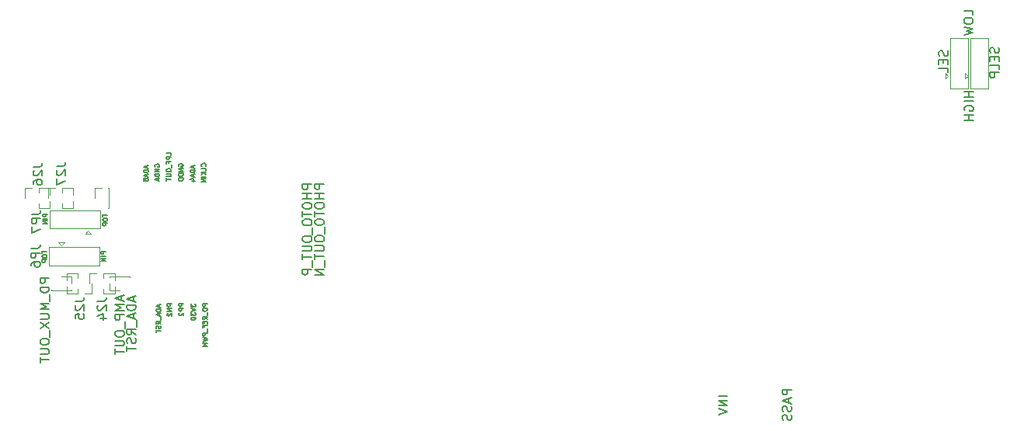
<source format=gbo>
G04 #@! TF.GenerationSoftware,KiCad,Pcbnew,(6.0.1-0)*
G04 #@! TF.CreationDate,2022-03-11T15:24:18+09:00*
G04 #@! TF.ProjectId,qLAMP-main,714c414d-502d-46d6-9169-6e2e6b696361,rev?*
G04 #@! TF.SameCoordinates,Original*
G04 #@! TF.FileFunction,Legend,Bot*
G04 #@! TF.FilePolarity,Positive*
%FSLAX46Y46*%
G04 Gerber Fmt 4.6, Leading zero omitted, Abs format (unit mm)*
G04 Created by KiCad (PCBNEW (6.0.1-0)) date 2022-03-11 15:24:18*
%MOMM*%
%LPD*%
G01*
G04 APERTURE LIST*
%ADD10C,0.127000*%
%ADD11C,0.150000*%
%ADD12C,0.149860*%
%ADD13C,0.120000*%
G04 APERTURE END LIST*
D10*
X102459809Y-108641047D02*
X101951809Y-108641047D01*
X101951809Y-108834571D01*
X101976000Y-108882952D01*
X102000190Y-108907142D01*
X102048571Y-108931333D01*
X102121142Y-108931333D01*
X102169523Y-108907142D01*
X102193714Y-108882952D01*
X102217904Y-108834571D01*
X102217904Y-108641047D01*
X102459809Y-109149047D02*
X101951809Y-109149047D01*
X101951809Y-109342571D01*
X101976000Y-109390952D01*
X102000190Y-109415142D01*
X102048571Y-109439333D01*
X102121142Y-109439333D01*
X102169523Y-109415142D01*
X102193714Y-109390952D01*
X102217904Y-109342571D01*
X102217904Y-109149047D01*
X102000190Y-109632857D02*
X101976000Y-109657047D01*
X101951809Y-109705428D01*
X101951809Y-109826380D01*
X101976000Y-109874761D01*
X102000190Y-109898952D01*
X102048571Y-109923142D01*
X102096952Y-109923142D01*
X102169523Y-109898952D01*
X102459809Y-109608666D01*
X102459809Y-109923142D01*
X103231809Y-108667047D02*
X103231809Y-108981523D01*
X103425333Y-108812190D01*
X103425333Y-108884761D01*
X103449523Y-108933142D01*
X103473714Y-108957333D01*
X103522095Y-108981523D01*
X103643047Y-108981523D01*
X103691428Y-108957333D01*
X103715619Y-108933142D01*
X103739809Y-108884761D01*
X103739809Y-108739619D01*
X103715619Y-108691238D01*
X103691428Y-108667047D01*
X103231809Y-109126666D02*
X103739809Y-109296000D01*
X103231809Y-109465333D01*
X103231809Y-109586285D02*
X103231809Y-109900761D01*
X103425333Y-109731428D01*
X103425333Y-109804000D01*
X103449523Y-109852380D01*
X103473714Y-109876571D01*
X103522095Y-109900761D01*
X103643047Y-109900761D01*
X103691428Y-109876571D01*
X103715619Y-109852380D01*
X103739809Y-109804000D01*
X103739809Y-109658857D01*
X103715619Y-109610476D01*
X103691428Y-109586285D01*
X103739809Y-110118476D02*
X103231809Y-110118476D01*
X103231809Y-110239428D01*
X103256000Y-110312000D01*
X103304380Y-110360380D01*
X103352761Y-110384571D01*
X103449523Y-110408761D01*
X103522095Y-110408761D01*
X103618857Y-110384571D01*
X103667238Y-110360380D01*
X103715619Y-110312000D01*
X103739809Y-110239428D01*
X103739809Y-110118476D01*
X87041809Y-102844761D02*
X87041809Y-103135047D01*
X87549809Y-102989904D02*
X87041809Y-102989904D01*
X87041809Y-103401142D02*
X87041809Y-103497904D01*
X87066000Y-103546285D01*
X87114380Y-103594666D01*
X87211142Y-103618857D01*
X87380476Y-103618857D01*
X87477238Y-103594666D01*
X87525619Y-103546285D01*
X87549809Y-103497904D01*
X87549809Y-103401142D01*
X87525619Y-103352761D01*
X87477238Y-103304380D01*
X87380476Y-103280190D01*
X87211142Y-103280190D01*
X87114380Y-103304380D01*
X87066000Y-103352761D01*
X87041809Y-103401142D01*
X87549809Y-103836571D02*
X87041809Y-103836571D01*
X87041809Y-104030095D01*
X87066000Y-104078476D01*
X87090190Y-104102666D01*
X87138571Y-104126857D01*
X87211142Y-104126857D01*
X87259523Y-104102666D01*
X87283714Y-104078476D01*
X87307904Y-104030095D01*
X87307904Y-103836571D01*
X99794666Y-108774380D02*
X99794666Y-109016285D01*
X99939809Y-108726000D02*
X99431809Y-108895333D01*
X99939809Y-109064666D01*
X99939809Y-109234000D02*
X99431809Y-109234000D01*
X99431809Y-109354952D01*
X99456000Y-109427523D01*
X99504380Y-109475904D01*
X99552761Y-109500095D01*
X99649523Y-109524285D01*
X99722095Y-109524285D01*
X99818857Y-109500095D01*
X99867238Y-109475904D01*
X99915619Y-109427523D01*
X99939809Y-109354952D01*
X99939809Y-109234000D01*
X99794666Y-109717809D02*
X99794666Y-109959714D01*
X99939809Y-109669428D02*
X99431809Y-109838761D01*
X99939809Y-110008095D01*
X99988190Y-110056476D02*
X99988190Y-110443523D01*
X99939809Y-110854761D02*
X99697904Y-110685428D01*
X99939809Y-110564476D02*
X99431809Y-110564476D01*
X99431809Y-110758000D01*
X99456000Y-110806380D01*
X99480190Y-110830571D01*
X99528571Y-110854761D01*
X99601142Y-110854761D01*
X99649523Y-110830571D01*
X99673714Y-110806380D01*
X99697904Y-110758000D01*
X99697904Y-110564476D01*
X99915619Y-111048285D02*
X99939809Y-111120857D01*
X99939809Y-111241809D01*
X99915619Y-111290190D01*
X99891428Y-111314380D01*
X99843047Y-111338571D01*
X99794666Y-111338571D01*
X99746285Y-111314380D01*
X99722095Y-111290190D01*
X99697904Y-111241809D01*
X99673714Y-111145047D01*
X99649523Y-111096666D01*
X99625333Y-111072476D01*
X99576952Y-111048285D01*
X99528571Y-111048285D01*
X99480190Y-111072476D01*
X99456000Y-111096666D01*
X99431809Y-111145047D01*
X99431809Y-111266000D01*
X99456000Y-111338571D01*
X99431809Y-111483714D02*
X99431809Y-111774000D01*
X99939809Y-111628857D02*
X99431809Y-111628857D01*
D11*
X95686666Y-107800952D02*
X95686666Y-108277142D01*
X95972380Y-107705714D02*
X94972380Y-108039047D01*
X95972380Y-108372380D01*
X95972380Y-108705714D02*
X94972380Y-108705714D01*
X95686666Y-109039047D01*
X94972380Y-109372380D01*
X95972380Y-109372380D01*
X95972380Y-109848571D02*
X94972380Y-109848571D01*
X94972380Y-110229523D01*
X95020000Y-110324761D01*
X95067619Y-110372380D01*
X95162857Y-110420000D01*
X95305714Y-110420000D01*
X95400952Y-110372380D01*
X95448571Y-110324761D01*
X95496190Y-110229523D01*
X95496190Y-109848571D01*
X96067619Y-110610476D02*
X96067619Y-111372380D01*
X94972380Y-111800952D02*
X94972380Y-111991428D01*
X95020000Y-112086666D01*
X95115238Y-112181904D01*
X95305714Y-112229523D01*
X95639047Y-112229523D01*
X95829523Y-112181904D01*
X95924761Y-112086666D01*
X95972380Y-111991428D01*
X95972380Y-111800952D01*
X95924761Y-111705714D01*
X95829523Y-111610476D01*
X95639047Y-111562857D01*
X95305714Y-111562857D01*
X95115238Y-111610476D01*
X95020000Y-111705714D01*
X94972380Y-111800952D01*
X94972380Y-112658095D02*
X95781904Y-112658095D01*
X95877142Y-112705714D01*
X95924761Y-112753333D01*
X95972380Y-112848571D01*
X95972380Y-113039047D01*
X95924761Y-113134285D01*
X95877142Y-113181904D01*
X95781904Y-113229523D01*
X94972380Y-113229523D01*
X94972380Y-113562857D02*
X94972380Y-114134285D01*
X95972380Y-113848571D02*
X94972380Y-113848571D01*
D10*
X93979809Y-102949904D02*
X93471809Y-102949904D01*
X93471809Y-103143428D01*
X93496000Y-103191809D01*
X93520190Y-103216000D01*
X93568571Y-103240190D01*
X93641142Y-103240190D01*
X93689523Y-103216000D01*
X93713714Y-103191809D01*
X93737904Y-103143428D01*
X93737904Y-102949904D01*
X93979809Y-103457904D02*
X93471809Y-103457904D01*
X93979809Y-103699809D02*
X93471809Y-103699809D01*
X93979809Y-103990095D01*
X93471809Y-103990095D01*
X104841428Y-93650571D02*
X104865619Y-93626380D01*
X104889809Y-93553809D01*
X104889809Y-93505428D01*
X104865619Y-93432857D01*
X104817238Y-93384476D01*
X104768857Y-93360285D01*
X104672095Y-93336095D01*
X104599523Y-93336095D01*
X104502761Y-93360285D01*
X104454380Y-93384476D01*
X104406000Y-93432857D01*
X104381809Y-93505428D01*
X104381809Y-93553809D01*
X104406000Y-93626380D01*
X104430190Y-93650571D01*
X104889809Y-94110190D02*
X104889809Y-93868285D01*
X104381809Y-93868285D01*
X104889809Y-94279523D02*
X104381809Y-94279523D01*
X104889809Y-94569809D02*
X104599523Y-94352095D01*
X104381809Y-94569809D02*
X104672095Y-94279523D01*
X104889809Y-94787523D02*
X104381809Y-94787523D01*
X104889809Y-95029428D02*
X104381809Y-95029428D01*
X104889809Y-95319714D01*
X104381809Y-95319714D01*
X105009809Y-108649809D02*
X104501809Y-108649809D01*
X104501809Y-108843333D01*
X104526000Y-108891714D01*
X104550190Y-108915904D01*
X104598571Y-108940095D01*
X104671142Y-108940095D01*
X104719523Y-108915904D01*
X104743714Y-108891714D01*
X104767904Y-108843333D01*
X104767904Y-108649809D01*
X105009809Y-109157809D02*
X104501809Y-109157809D01*
X104501809Y-109278761D01*
X104526000Y-109351333D01*
X104574380Y-109399714D01*
X104622761Y-109423904D01*
X104719523Y-109448095D01*
X104792095Y-109448095D01*
X104888857Y-109423904D01*
X104937238Y-109399714D01*
X104985619Y-109351333D01*
X105009809Y-109278761D01*
X105009809Y-109157809D01*
X105058190Y-109544857D02*
X105058190Y-109931904D01*
X105009809Y-110343142D02*
X104767904Y-110173809D01*
X105009809Y-110052857D02*
X104501809Y-110052857D01*
X104501809Y-110246380D01*
X104526000Y-110294761D01*
X104550190Y-110318952D01*
X104598571Y-110343142D01*
X104671142Y-110343142D01*
X104719523Y-110318952D01*
X104743714Y-110294761D01*
X104767904Y-110246380D01*
X104767904Y-110052857D01*
X104743714Y-110560857D02*
X104743714Y-110730190D01*
X105009809Y-110802761D02*
X105009809Y-110560857D01*
X104501809Y-110560857D01*
X104501809Y-110802761D01*
X104743714Y-111189809D02*
X104743714Y-111020476D01*
X105009809Y-111020476D02*
X104501809Y-111020476D01*
X104501809Y-111262380D01*
X105058190Y-111334952D02*
X105058190Y-111722000D01*
X105009809Y-111842952D02*
X104501809Y-111842952D01*
X104501809Y-112036476D01*
X104526000Y-112084857D01*
X104550190Y-112109047D01*
X104598571Y-112133238D01*
X104671142Y-112133238D01*
X104719523Y-112109047D01*
X104743714Y-112084857D01*
X104767904Y-112036476D01*
X104767904Y-111842952D01*
X104501809Y-112302571D02*
X105009809Y-112423523D01*
X104646952Y-112520285D01*
X105009809Y-112617047D01*
X104501809Y-112738000D01*
X105009809Y-112931523D02*
X104501809Y-112931523D01*
X104864666Y-113100857D01*
X104501809Y-113270190D01*
X105009809Y-113270190D01*
D11*
X185694761Y-81057142D02*
X185742380Y-81200000D01*
X185742380Y-81438095D01*
X185694761Y-81533333D01*
X185647142Y-81580952D01*
X185551904Y-81628571D01*
X185456666Y-81628571D01*
X185361428Y-81580952D01*
X185313809Y-81533333D01*
X185266190Y-81438095D01*
X185218571Y-81247619D01*
X185170952Y-81152380D01*
X185123333Y-81104761D01*
X185028095Y-81057142D01*
X184932857Y-81057142D01*
X184837619Y-81104761D01*
X184790000Y-81152380D01*
X184742380Y-81247619D01*
X184742380Y-81485714D01*
X184790000Y-81628571D01*
X185218571Y-82057142D02*
X185218571Y-82390476D01*
X185742380Y-82533333D02*
X185742380Y-82057142D01*
X184742380Y-82057142D01*
X184742380Y-82533333D01*
X185742380Y-83438095D02*
X185742380Y-82961904D01*
X184742380Y-82961904D01*
X188512380Y-85522380D02*
X187512380Y-85522380D01*
X187988571Y-85522380D02*
X187988571Y-86093809D01*
X188512380Y-86093809D02*
X187512380Y-86093809D01*
X188512380Y-86570000D02*
X187512380Y-86570000D01*
X187560000Y-87570000D02*
X187512380Y-87474761D01*
X187512380Y-87331904D01*
X187560000Y-87189047D01*
X187655238Y-87093809D01*
X187750476Y-87046190D01*
X187940952Y-86998571D01*
X188083809Y-86998571D01*
X188274285Y-87046190D01*
X188369523Y-87093809D01*
X188464761Y-87189047D01*
X188512380Y-87331904D01*
X188512380Y-87427142D01*
X188464761Y-87570000D01*
X188417142Y-87617619D01*
X188083809Y-87617619D01*
X188083809Y-87427142D01*
X188512380Y-88046190D02*
X187512380Y-88046190D01*
X187988571Y-88046190D02*
X187988571Y-88617619D01*
X188512380Y-88617619D02*
X187512380Y-88617619D01*
X117752374Y-95601428D02*
X116752374Y-95601428D01*
X116752374Y-95982380D01*
X116799994Y-96077619D01*
X116847613Y-96125238D01*
X116942851Y-96172857D01*
X117085708Y-96172857D01*
X117180946Y-96125238D01*
X117228565Y-96077619D01*
X117276184Y-95982380D01*
X117276184Y-95601428D01*
X117752374Y-96601428D02*
X116752374Y-96601428D01*
X117228565Y-96601428D02*
X117228565Y-97172857D01*
X117752374Y-97172857D02*
X116752374Y-97172857D01*
X116752374Y-97839523D02*
X116752374Y-98030000D01*
X116799994Y-98125238D01*
X116895232Y-98220476D01*
X117085708Y-98268095D01*
X117419041Y-98268095D01*
X117609517Y-98220476D01*
X117704755Y-98125238D01*
X117752374Y-98030000D01*
X117752374Y-97839523D01*
X117704755Y-97744285D01*
X117609517Y-97649047D01*
X117419041Y-97601428D01*
X117085708Y-97601428D01*
X116895232Y-97649047D01*
X116799994Y-97744285D01*
X116752374Y-97839523D01*
X116752374Y-98553809D02*
X116752374Y-99125238D01*
X117752374Y-98839523D02*
X116752374Y-98839523D01*
X116752374Y-99649047D02*
X116752374Y-99839523D01*
X116799994Y-99934761D01*
X116895232Y-100030000D01*
X117085708Y-100077619D01*
X117419041Y-100077619D01*
X117609517Y-100030000D01*
X117704755Y-99934761D01*
X117752374Y-99839523D01*
X117752374Y-99649047D01*
X117704755Y-99553809D01*
X117609517Y-99458571D01*
X117419041Y-99410952D01*
X117085708Y-99410952D01*
X116895232Y-99458571D01*
X116799994Y-99553809D01*
X116752374Y-99649047D01*
X117847613Y-100268095D02*
X117847613Y-101030000D01*
X116752374Y-101458571D02*
X116752374Y-101649047D01*
X116799994Y-101744285D01*
X116895232Y-101839523D01*
X117085708Y-101887142D01*
X117419041Y-101887142D01*
X117609517Y-101839523D01*
X117704755Y-101744285D01*
X117752374Y-101649047D01*
X117752374Y-101458571D01*
X117704755Y-101363333D01*
X117609517Y-101268095D01*
X117419041Y-101220476D01*
X117085708Y-101220476D01*
X116895232Y-101268095D01*
X116799994Y-101363333D01*
X116752374Y-101458571D01*
X116752374Y-102315714D02*
X117561898Y-102315714D01*
X117657136Y-102363333D01*
X117704755Y-102410952D01*
X117752374Y-102506190D01*
X117752374Y-102696666D01*
X117704755Y-102791904D01*
X117657136Y-102839523D01*
X117561898Y-102887142D01*
X116752374Y-102887142D01*
X116752374Y-103220476D02*
X116752374Y-103791904D01*
X117752374Y-103506190D02*
X116752374Y-103506190D01*
X117847613Y-103887142D02*
X117847613Y-104649047D01*
X117752374Y-104887142D02*
X116752374Y-104887142D01*
X117752374Y-105458571D01*
X116752374Y-105458571D01*
D10*
X87639809Y-98859904D02*
X87131809Y-98859904D01*
X87131809Y-99053428D01*
X87156000Y-99101809D01*
X87180190Y-99126000D01*
X87228571Y-99150190D01*
X87301142Y-99150190D01*
X87349523Y-99126000D01*
X87373714Y-99101809D01*
X87397904Y-99053428D01*
X87397904Y-98859904D01*
X87639809Y-99367904D02*
X87131809Y-99367904D01*
X87639809Y-99609809D02*
X87131809Y-99609809D01*
X87639809Y-99900095D01*
X87131809Y-99900095D01*
D11*
X191264761Y-80717142D02*
X191312380Y-80860000D01*
X191312380Y-81098095D01*
X191264761Y-81193333D01*
X191217142Y-81240952D01*
X191121904Y-81288571D01*
X191026666Y-81288571D01*
X190931428Y-81240952D01*
X190883809Y-81193333D01*
X190836190Y-81098095D01*
X190788571Y-80907619D01*
X190740952Y-80812380D01*
X190693333Y-80764761D01*
X190598095Y-80717142D01*
X190502857Y-80717142D01*
X190407619Y-80764761D01*
X190360000Y-80812380D01*
X190312380Y-80907619D01*
X190312380Y-81145714D01*
X190360000Y-81288571D01*
X190788571Y-81717142D02*
X190788571Y-82050476D01*
X191312380Y-82193333D02*
X191312380Y-81717142D01*
X190312380Y-81717142D01*
X190312380Y-82193333D01*
X191312380Y-83098095D02*
X191312380Y-82621904D01*
X190312380Y-82621904D01*
X191312380Y-83431428D02*
X190312380Y-83431428D01*
X190312380Y-83812380D01*
X190360000Y-83907619D01*
X190407619Y-83955238D01*
X190502857Y-84002857D01*
X190645714Y-84002857D01*
X190740952Y-83955238D01*
X190788571Y-83907619D01*
X190836190Y-83812380D01*
X190836190Y-83431428D01*
D10*
X101189809Y-108648952D02*
X100681809Y-108648952D01*
X100681809Y-108842476D01*
X100706000Y-108890857D01*
X100730190Y-108915047D01*
X100778571Y-108939238D01*
X100851142Y-108939238D01*
X100899523Y-108915047D01*
X100923714Y-108890857D01*
X100947904Y-108842476D01*
X100947904Y-108648952D01*
X101189809Y-109156952D02*
X100681809Y-109156952D01*
X101189809Y-109447238D01*
X100681809Y-109447238D01*
X100730190Y-109664952D02*
X100706000Y-109689142D01*
X100681809Y-109737523D01*
X100681809Y-109858476D01*
X100706000Y-109906857D01*
X100730190Y-109931047D01*
X100778571Y-109955238D01*
X100826952Y-109955238D01*
X100899523Y-109931047D01*
X101189809Y-109640761D01*
X101189809Y-109955238D01*
X98454675Y-93575425D02*
X98454675Y-93817330D01*
X98599818Y-93527044D02*
X98091818Y-93696377D01*
X98599818Y-93865711D01*
X98599818Y-94035044D02*
X98091818Y-94035044D01*
X98091818Y-94155997D01*
X98116009Y-94228568D01*
X98164389Y-94276949D01*
X98212770Y-94301139D01*
X98309532Y-94325330D01*
X98382104Y-94325330D01*
X98478866Y-94301139D01*
X98527247Y-94276949D01*
X98575628Y-94228568D01*
X98599818Y-94155997D01*
X98599818Y-94035044D01*
X98454675Y-94518854D02*
X98454675Y-94760758D01*
X98599818Y-94470473D02*
X98091818Y-94639806D01*
X98599818Y-94809139D01*
X98309532Y-95051044D02*
X98285342Y-95002663D01*
X98261151Y-94978473D01*
X98212770Y-94954282D01*
X98188580Y-94954282D01*
X98140199Y-94978473D01*
X98116009Y-95002663D01*
X98091818Y-95051044D01*
X98091818Y-95147806D01*
X98116009Y-95196187D01*
X98140199Y-95220377D01*
X98188580Y-95244568D01*
X98212770Y-95244568D01*
X98261151Y-95220377D01*
X98285342Y-95196187D01*
X98309532Y-95147806D01*
X98309532Y-95051044D01*
X98333723Y-95002663D01*
X98357913Y-94978473D01*
X98406294Y-94954282D01*
X98503056Y-94954282D01*
X98551437Y-94978473D01*
X98575628Y-95002663D01*
X98599818Y-95051044D01*
X98599818Y-95147806D01*
X98575628Y-95196187D01*
X98551437Y-95220377D01*
X98503056Y-95244568D01*
X98406294Y-95244568D01*
X98357913Y-95220377D01*
X98333723Y-95196187D01*
X98309532Y-95147806D01*
D12*
X161722390Y-118697621D02*
X160722390Y-118697621D01*
X161722390Y-119173811D02*
X160722390Y-119173811D01*
X161722390Y-119745240D01*
X160722390Y-119745240D01*
X160722390Y-120078573D02*
X161722390Y-120411906D01*
X160722390Y-120745240D01*
D11*
X96966676Y-107915235D02*
X96966676Y-108391425D01*
X97252390Y-107819997D02*
X96252390Y-108153330D01*
X97252390Y-108486663D01*
X97252390Y-108819997D02*
X96252390Y-108819997D01*
X96252390Y-109058092D01*
X96300010Y-109200949D01*
X96395248Y-109296187D01*
X96490486Y-109343806D01*
X96680962Y-109391425D01*
X96823819Y-109391425D01*
X97014295Y-109343806D01*
X97109533Y-109296187D01*
X97204771Y-109200949D01*
X97252390Y-109058092D01*
X97252390Y-108819997D01*
X96966676Y-109772377D02*
X96966676Y-110248568D01*
X97252390Y-109677139D02*
X96252390Y-110010473D01*
X97252390Y-110343806D01*
X97347629Y-110439044D02*
X97347629Y-111200949D01*
X97252390Y-112010473D02*
X96776200Y-111677139D01*
X97252390Y-111439044D02*
X96252390Y-111439044D01*
X96252390Y-111819997D01*
X96300010Y-111915235D01*
X96347629Y-111962854D01*
X96442867Y-112010473D01*
X96585724Y-112010473D01*
X96680962Y-111962854D01*
X96728581Y-111915235D01*
X96776200Y-111819997D01*
X96776200Y-111439044D01*
X97204771Y-112391425D02*
X97252390Y-112534282D01*
X97252390Y-112772377D01*
X97204771Y-112867616D01*
X97157152Y-112915235D01*
X97061914Y-112962854D01*
X96966676Y-112962854D01*
X96871438Y-112915235D01*
X96823819Y-112867616D01*
X96776200Y-112772377D01*
X96728581Y-112581901D01*
X96680962Y-112486663D01*
X96633343Y-112439044D01*
X96538105Y-112391425D01*
X96442867Y-112391425D01*
X96347629Y-112439044D01*
X96300010Y-112486663D01*
X96252390Y-112581901D01*
X96252390Y-112819997D01*
X96300010Y-112962854D01*
X96252390Y-113248568D02*
X96252390Y-113819997D01*
X97252390Y-113534282D02*
X96252390Y-113534282D01*
D10*
X93651809Y-98854761D02*
X93651809Y-99145047D01*
X94159809Y-98999904D02*
X93651809Y-98999904D01*
X93651809Y-99411142D02*
X93651809Y-99507904D01*
X93676000Y-99556285D01*
X93724380Y-99604666D01*
X93821142Y-99628857D01*
X93990476Y-99628857D01*
X94087238Y-99604666D01*
X94135619Y-99556285D01*
X94159809Y-99507904D01*
X94159809Y-99411142D01*
X94135619Y-99362761D01*
X94087238Y-99314380D01*
X93990476Y-99290190D01*
X93821142Y-99290190D01*
X93724380Y-99314380D01*
X93676000Y-99362761D01*
X93651809Y-99411142D01*
X94159809Y-99846571D02*
X93651809Y-99846571D01*
X93651809Y-100040095D01*
X93676000Y-100088476D01*
X93700190Y-100112666D01*
X93748571Y-100136857D01*
X93821142Y-100136857D01*
X93869523Y-100112666D01*
X93893714Y-100088476D01*
X93917904Y-100040095D01*
X93917904Y-99846571D01*
D11*
X188482380Y-77174285D02*
X188482380Y-76698095D01*
X187482380Y-76698095D01*
X187482380Y-77698095D02*
X187482380Y-77888571D01*
X187530000Y-77983809D01*
X187625238Y-78079047D01*
X187815714Y-78126666D01*
X188149047Y-78126666D01*
X188339523Y-78079047D01*
X188434761Y-77983809D01*
X188482380Y-77888571D01*
X188482380Y-77698095D01*
X188434761Y-77602857D01*
X188339523Y-77507619D01*
X188149047Y-77460000D01*
X187815714Y-77460000D01*
X187625238Y-77507619D01*
X187530000Y-77602857D01*
X187482380Y-77698095D01*
X187482380Y-78460000D02*
X188482380Y-78698095D01*
X187768095Y-78888571D01*
X188482380Y-79079047D01*
X187482380Y-79317142D01*
D10*
X103514660Y-93605422D02*
X103514660Y-93847327D01*
X103659803Y-93557041D02*
X103151803Y-93726374D01*
X103659803Y-93895708D01*
X103659803Y-94065041D02*
X103151803Y-94065041D01*
X103151803Y-94185994D01*
X103175994Y-94258565D01*
X103224374Y-94306946D01*
X103272755Y-94331136D01*
X103369517Y-94355327D01*
X103442089Y-94355327D01*
X103538851Y-94331136D01*
X103587232Y-94306946D01*
X103635613Y-94258565D01*
X103659803Y-94185994D01*
X103659803Y-94065041D01*
X103514660Y-94548851D02*
X103514660Y-94790755D01*
X103659803Y-94500470D02*
X103151803Y-94669803D01*
X103659803Y-94839136D01*
X103321136Y-95226184D02*
X103659803Y-95226184D01*
X103127613Y-95105232D02*
X103490470Y-94984279D01*
X103490470Y-95298755D01*
D12*
X87802370Y-105836193D02*
X86802370Y-105836193D01*
X86802370Y-106217145D01*
X86849990Y-106312383D01*
X86897609Y-106360003D01*
X86992847Y-106407622D01*
X87135704Y-106407622D01*
X87230942Y-106360003D01*
X87278561Y-106312383D01*
X87326180Y-106217145D01*
X87326180Y-105836193D01*
X87802370Y-106836193D02*
X86802370Y-106836193D01*
X86802370Y-107074288D01*
X86849990Y-107217145D01*
X86945228Y-107312383D01*
X87040466Y-107360003D01*
X87230942Y-107407622D01*
X87373799Y-107407622D01*
X87564275Y-107360003D01*
X87659513Y-107312383D01*
X87754751Y-107217145D01*
X87802370Y-107074288D01*
X87802370Y-106836193D01*
X87897609Y-107598098D02*
X87897609Y-108360003D01*
X87802370Y-108598098D02*
X86802370Y-108598098D01*
X87516656Y-108931431D01*
X86802370Y-109264764D01*
X87802370Y-109264764D01*
X86802370Y-109740955D02*
X87611894Y-109740955D01*
X87707132Y-109788574D01*
X87754751Y-109836193D01*
X87802370Y-109931431D01*
X87802370Y-110121907D01*
X87754751Y-110217145D01*
X87707132Y-110264764D01*
X87611894Y-110312383D01*
X86802370Y-110312383D01*
X86802370Y-110693336D02*
X87802370Y-111360003D01*
X86802370Y-111360003D02*
X87802370Y-110693336D01*
X87897609Y-111502860D02*
X87897609Y-112264764D01*
X86802370Y-112693336D02*
X86802370Y-112883812D01*
X86849990Y-112979050D01*
X86945228Y-113074288D01*
X87135704Y-113121907D01*
X87469037Y-113121907D01*
X87659513Y-113074288D01*
X87754751Y-112979050D01*
X87802370Y-112883812D01*
X87802370Y-112693336D01*
X87754751Y-112598098D01*
X87659513Y-112502860D01*
X87469037Y-112455241D01*
X87135704Y-112455241D01*
X86945228Y-112502860D01*
X86849990Y-112598098D01*
X86802370Y-112693336D01*
X86802370Y-113550479D02*
X87611894Y-113550479D01*
X87707132Y-113598098D01*
X87754751Y-113645717D01*
X87802370Y-113740955D01*
X87802370Y-113931431D01*
X87754751Y-114026669D01*
X87707132Y-114074288D01*
X87611894Y-114121907D01*
X86802370Y-114121907D01*
X86802370Y-114455241D02*
X86802370Y-115026669D01*
X87802370Y-114740955D02*
X86802370Y-114740955D01*
X86052385Y-93700472D02*
X86766671Y-93700472D01*
X86909528Y-93652853D01*
X87004766Y-93557615D01*
X87052385Y-93414757D01*
X87052385Y-93319519D01*
X86147624Y-94129043D02*
X86100005Y-94176662D01*
X86052385Y-94271900D01*
X86052385Y-94509996D01*
X86100005Y-94605234D01*
X86147624Y-94652853D01*
X86242862Y-94700472D01*
X86338100Y-94700472D01*
X86480957Y-94652853D01*
X87052385Y-94081424D01*
X87052385Y-94700472D01*
X86052385Y-95557615D02*
X86052385Y-95367138D01*
X86100005Y-95271900D01*
X86147624Y-95224281D01*
X86290481Y-95129043D01*
X86480957Y-95081424D01*
X86861909Y-95081424D01*
X86957147Y-95129043D01*
X87004766Y-95176662D01*
X87052385Y-95271900D01*
X87052385Y-95462376D01*
X87004766Y-95557615D01*
X86957147Y-95605234D01*
X86861909Y-95652853D01*
X86623814Y-95652853D01*
X86528576Y-95605234D01*
X86480957Y-95557615D01*
X86433338Y-95462376D01*
X86433338Y-95271900D01*
X86480957Y-95176662D01*
X86528576Y-95129043D01*
X86623814Y-95081424D01*
D10*
X99336000Y-93705238D02*
X99311809Y-93656857D01*
X99311809Y-93584285D01*
X99336000Y-93511714D01*
X99384380Y-93463333D01*
X99432761Y-93439142D01*
X99529523Y-93414952D01*
X99602095Y-93414952D01*
X99698857Y-93439142D01*
X99747238Y-93463333D01*
X99795619Y-93511714D01*
X99819809Y-93584285D01*
X99819809Y-93632666D01*
X99795619Y-93705238D01*
X99771428Y-93729428D01*
X99602095Y-93729428D01*
X99602095Y-93632666D01*
X99819809Y-93947142D02*
X99311809Y-93947142D01*
X99819809Y-94237428D01*
X99311809Y-94237428D01*
X99819809Y-94479333D02*
X99311809Y-94479333D01*
X99311809Y-94600285D01*
X99336000Y-94672857D01*
X99384380Y-94721238D01*
X99432761Y-94745428D01*
X99529523Y-94769619D01*
X99602095Y-94769619D01*
X99698857Y-94745428D01*
X99747238Y-94721238D01*
X99795619Y-94672857D01*
X99819809Y-94600285D01*
X99819809Y-94479333D01*
X99674666Y-94963142D02*
X99674666Y-95205047D01*
X99819809Y-94914761D02*
X99311809Y-95084095D01*
X99819809Y-95253428D01*
D11*
X116412380Y-95625238D02*
X115412380Y-95625238D01*
X115412380Y-96006190D01*
X115460000Y-96101428D01*
X115507619Y-96149047D01*
X115602857Y-96196666D01*
X115745714Y-96196666D01*
X115840952Y-96149047D01*
X115888571Y-96101428D01*
X115936190Y-96006190D01*
X115936190Y-95625238D01*
X116412380Y-96625238D02*
X115412380Y-96625238D01*
X115888571Y-96625238D02*
X115888571Y-97196666D01*
X116412380Y-97196666D02*
X115412380Y-97196666D01*
X115412380Y-97863333D02*
X115412380Y-98053809D01*
X115460000Y-98149047D01*
X115555238Y-98244285D01*
X115745714Y-98291904D01*
X116079047Y-98291904D01*
X116269523Y-98244285D01*
X116364761Y-98149047D01*
X116412380Y-98053809D01*
X116412380Y-97863333D01*
X116364761Y-97768095D01*
X116269523Y-97672857D01*
X116079047Y-97625238D01*
X115745714Y-97625238D01*
X115555238Y-97672857D01*
X115460000Y-97768095D01*
X115412380Y-97863333D01*
X115412380Y-98577619D02*
X115412380Y-99149047D01*
X116412380Y-98863333D02*
X115412380Y-98863333D01*
X115412380Y-99672857D02*
X115412380Y-99863333D01*
X115460000Y-99958571D01*
X115555238Y-100053809D01*
X115745714Y-100101428D01*
X116079047Y-100101428D01*
X116269523Y-100053809D01*
X116364761Y-99958571D01*
X116412380Y-99863333D01*
X116412380Y-99672857D01*
X116364761Y-99577619D01*
X116269523Y-99482380D01*
X116079047Y-99434761D01*
X115745714Y-99434761D01*
X115555238Y-99482380D01*
X115460000Y-99577619D01*
X115412380Y-99672857D01*
X116507619Y-100291904D02*
X116507619Y-101053809D01*
X115412380Y-101482380D02*
X115412380Y-101672857D01*
X115460000Y-101768095D01*
X115555238Y-101863333D01*
X115745714Y-101910952D01*
X116079047Y-101910952D01*
X116269523Y-101863333D01*
X116364761Y-101768095D01*
X116412380Y-101672857D01*
X116412380Y-101482380D01*
X116364761Y-101387142D01*
X116269523Y-101291904D01*
X116079047Y-101244285D01*
X115745714Y-101244285D01*
X115555238Y-101291904D01*
X115460000Y-101387142D01*
X115412380Y-101482380D01*
X115412380Y-102339523D02*
X116221904Y-102339523D01*
X116317142Y-102387142D01*
X116364761Y-102434761D01*
X116412380Y-102530000D01*
X116412380Y-102720476D01*
X116364761Y-102815714D01*
X116317142Y-102863333D01*
X116221904Y-102910952D01*
X115412380Y-102910952D01*
X115412380Y-103244285D02*
X115412380Y-103815714D01*
X116412380Y-103530000D02*
X115412380Y-103530000D01*
X116507619Y-103910952D02*
X116507619Y-104672857D01*
X116412380Y-104910952D02*
X115412380Y-104910952D01*
X115412380Y-105291904D01*
X115460000Y-105387142D01*
X115507619Y-105434761D01*
X115602857Y-105482380D01*
X115745714Y-105482380D01*
X115840952Y-105434761D01*
X115888571Y-105387142D01*
X115936190Y-105291904D01*
X115936190Y-104910952D01*
D10*
X101095800Y-92461297D02*
X101095800Y-92219392D01*
X100587800Y-92219392D01*
X101095800Y-92630631D02*
X100587800Y-92630631D01*
X100587800Y-92824154D01*
X100611991Y-92872535D01*
X100636181Y-92896726D01*
X100684562Y-92920916D01*
X100757133Y-92920916D01*
X100805514Y-92896726D01*
X100829705Y-92872535D01*
X100853895Y-92824154D01*
X100853895Y-92630631D01*
X100829705Y-93307964D02*
X100829705Y-93138631D01*
X101095800Y-93138631D02*
X100587800Y-93138631D01*
X100587800Y-93380535D01*
X101144181Y-93453107D02*
X101144181Y-93840154D01*
X100587800Y-94057869D02*
X100587800Y-94154631D01*
X100611991Y-94203012D01*
X100660371Y-94251392D01*
X100757133Y-94275583D01*
X100926467Y-94275583D01*
X101023229Y-94251392D01*
X101071610Y-94203012D01*
X101095800Y-94154631D01*
X101095800Y-94057869D01*
X101071610Y-94009488D01*
X101023229Y-93961107D01*
X100926467Y-93936916D01*
X100757133Y-93936916D01*
X100660371Y-93961107D01*
X100611991Y-94009488D01*
X100587800Y-94057869D01*
X100587800Y-94493297D02*
X100999038Y-94493297D01*
X101047419Y-94517488D01*
X101071610Y-94541678D01*
X101095800Y-94590059D01*
X101095800Y-94686821D01*
X101071610Y-94735202D01*
X101047419Y-94759392D01*
X100999038Y-94783583D01*
X100587800Y-94783583D01*
X100587800Y-94952916D02*
X100587800Y-95243202D01*
X101095800Y-95098059D02*
X100587800Y-95098059D01*
D12*
X168702386Y-117987154D02*
X167702386Y-117987154D01*
X167702386Y-118368107D01*
X167750006Y-118463345D01*
X167797625Y-118510964D01*
X167892863Y-118558583D01*
X168035720Y-118558583D01*
X168130958Y-118510964D01*
X168178577Y-118463345D01*
X168226196Y-118368107D01*
X168226196Y-117987154D01*
X168416672Y-118939535D02*
X168416672Y-119415726D01*
X168702386Y-118844297D02*
X167702386Y-119177631D01*
X168702386Y-119510964D01*
X168654767Y-119796678D02*
X168702386Y-119939535D01*
X168702386Y-120177631D01*
X168654767Y-120272869D01*
X168607148Y-120320488D01*
X168511910Y-120368107D01*
X168416672Y-120368107D01*
X168321434Y-120320488D01*
X168273815Y-120272869D01*
X168226196Y-120177631D01*
X168178577Y-119987154D01*
X168130958Y-119891916D01*
X168083339Y-119844297D01*
X167988101Y-119796678D01*
X167892863Y-119796678D01*
X167797625Y-119844297D01*
X167750006Y-119891916D01*
X167702386Y-119987154D01*
X167702386Y-120225250D01*
X167750006Y-120368107D01*
X168654767Y-120749059D02*
X168702386Y-120891916D01*
X168702386Y-121130012D01*
X168654767Y-121225250D01*
X168607148Y-121272869D01*
X168511910Y-121320488D01*
X168416672Y-121320488D01*
X168321434Y-121272869D01*
X168273815Y-121225250D01*
X168226196Y-121130012D01*
X168178577Y-120939535D01*
X168130958Y-120844297D01*
X168083339Y-120796678D01*
X167988101Y-120749059D01*
X167892863Y-120749059D01*
X167797625Y-120796678D01*
X167750006Y-120844297D01*
X167702386Y-120939535D01*
X167702386Y-121177631D01*
X167750006Y-121320488D01*
D10*
X101916000Y-93668952D02*
X101891809Y-93620571D01*
X101891809Y-93548000D01*
X101916000Y-93475428D01*
X101964380Y-93427047D01*
X102012761Y-93402857D01*
X102109523Y-93378666D01*
X102182095Y-93378666D01*
X102278857Y-93402857D01*
X102327238Y-93427047D01*
X102375619Y-93475428D01*
X102399809Y-93548000D01*
X102399809Y-93596380D01*
X102375619Y-93668952D01*
X102351428Y-93693142D01*
X102182095Y-93693142D01*
X102182095Y-93596380D01*
X102399809Y-93910857D02*
X101891809Y-93910857D01*
X102399809Y-94201142D01*
X101891809Y-94201142D01*
X102399809Y-94443047D02*
X101891809Y-94443047D01*
X101891809Y-94564000D01*
X101916000Y-94636571D01*
X101964380Y-94684952D01*
X102012761Y-94709142D01*
X102109523Y-94733333D01*
X102182095Y-94733333D01*
X102278857Y-94709142D01*
X102327238Y-94684952D01*
X102375619Y-94636571D01*
X102399809Y-94564000D01*
X102399809Y-94443047D01*
X102399809Y-94951047D02*
X101891809Y-94951047D01*
X101891809Y-95072000D01*
X101916000Y-95144571D01*
X101964380Y-95192952D01*
X102012761Y-95217142D01*
X102109523Y-95241333D01*
X102182095Y-95241333D01*
X102278857Y-95217142D01*
X102327238Y-95192952D01*
X102375619Y-95144571D01*
X102399809Y-95072000D01*
X102399809Y-94951047D01*
D11*
X85872380Y-98876666D02*
X86586666Y-98876666D01*
X86729523Y-98829047D01*
X86824761Y-98733809D01*
X86872380Y-98590952D01*
X86872380Y-98495714D01*
X86872380Y-99352857D02*
X85872380Y-99352857D01*
X85872380Y-99733809D01*
X85920000Y-99829047D01*
X85967619Y-99876666D01*
X86062857Y-99924285D01*
X86205714Y-99924285D01*
X86300952Y-99876666D01*
X86348571Y-99829047D01*
X86396190Y-99733809D01*
X86396190Y-99352857D01*
X85872380Y-100257619D02*
X85872380Y-100924285D01*
X86872380Y-100495714D01*
X85812380Y-102616666D02*
X86526666Y-102616666D01*
X86669523Y-102569047D01*
X86764761Y-102473809D01*
X86812380Y-102330952D01*
X86812380Y-102235714D01*
X86812380Y-103092857D02*
X85812380Y-103092857D01*
X85812380Y-103473809D01*
X85860000Y-103569047D01*
X85907619Y-103616666D01*
X86002857Y-103664285D01*
X86145714Y-103664285D01*
X86240952Y-103616666D01*
X86288571Y-103569047D01*
X86336190Y-103473809D01*
X86336190Y-103092857D01*
X85812380Y-104521428D02*
X85812380Y-104330952D01*
X85860000Y-104235714D01*
X85907619Y-104188095D01*
X86050476Y-104092857D01*
X86240952Y-104045238D01*
X86621904Y-104045238D01*
X86717142Y-104092857D01*
X86764761Y-104140476D01*
X86812380Y-104235714D01*
X86812380Y-104426190D01*
X86764761Y-104521428D01*
X86717142Y-104569047D01*
X86621904Y-104616666D01*
X86383809Y-104616666D01*
X86288571Y-104569047D01*
X86240952Y-104521428D01*
X86193333Y-104426190D01*
X86193333Y-104235714D01*
X86240952Y-104140476D01*
X86288571Y-104092857D01*
X86383809Y-104045238D01*
X90622380Y-108370476D02*
X91336666Y-108370476D01*
X91479523Y-108322857D01*
X91574761Y-108227619D01*
X91622380Y-108084761D01*
X91622380Y-107989523D01*
X90717619Y-108799047D02*
X90670000Y-108846666D01*
X90622380Y-108941904D01*
X90622380Y-109180000D01*
X90670000Y-109275238D01*
X90717619Y-109322857D01*
X90812857Y-109370476D01*
X90908095Y-109370476D01*
X91050952Y-109322857D01*
X91622380Y-108751428D01*
X91622380Y-109370476D01*
X90622380Y-110275238D02*
X90622380Y-109799047D01*
X91098571Y-109751428D01*
X91050952Y-109799047D01*
X91003333Y-109894285D01*
X91003333Y-110132380D01*
X91050952Y-110227619D01*
X91098571Y-110275238D01*
X91193809Y-110322857D01*
X91431904Y-110322857D01*
X91527142Y-110275238D01*
X91574761Y-110227619D01*
X91622380Y-110132380D01*
X91622380Y-109894285D01*
X91574761Y-109799047D01*
X91527142Y-109751428D01*
X93032380Y-108370476D02*
X93746666Y-108370476D01*
X93889523Y-108322857D01*
X93984761Y-108227619D01*
X94032380Y-108084761D01*
X94032380Y-107989523D01*
X93127619Y-108799047D02*
X93080000Y-108846666D01*
X93032380Y-108941904D01*
X93032380Y-109180000D01*
X93080000Y-109275238D01*
X93127619Y-109322857D01*
X93222857Y-109370476D01*
X93318095Y-109370476D01*
X93460952Y-109322857D01*
X94032380Y-108751428D01*
X94032380Y-109370476D01*
X93365714Y-110227619D02*
X94032380Y-110227619D01*
X92984761Y-109989523D02*
X93699047Y-109751428D01*
X93699047Y-110370476D01*
X88592385Y-93640478D02*
X89306671Y-93640478D01*
X89449528Y-93592859D01*
X89544766Y-93497621D01*
X89592385Y-93354763D01*
X89592385Y-93259525D01*
X88687624Y-94069049D02*
X88640005Y-94116668D01*
X88592385Y-94211906D01*
X88592385Y-94450002D01*
X88640005Y-94545240D01*
X88687624Y-94592859D01*
X88782862Y-94640478D01*
X88878100Y-94640478D01*
X89020957Y-94592859D01*
X89592385Y-94021430D01*
X89592385Y-94640478D01*
X88592385Y-94973811D02*
X88592385Y-95640478D01*
X89592385Y-95211906D01*
D13*
X90265998Y-107179994D02*
X90265998Y-107114994D01*
X88045998Y-107179994D02*
X88045998Y-107114994D01*
X90265998Y-107179994D02*
X88045998Y-107179994D01*
X90265998Y-106419994D02*
X90265998Y-105659994D01*
X90265998Y-105659994D02*
X89155998Y-105659994D01*
X90265998Y-107179994D02*
X89719469Y-107179994D01*
X88592527Y-107179994D02*
X88045998Y-107179994D01*
X96069469Y-105659994D02*
X96615998Y-105659994D01*
X94395998Y-105659994D02*
X94395998Y-105724994D01*
X94395998Y-107179994D02*
X95505998Y-107179994D01*
X94395998Y-105659994D02*
X94942527Y-105659994D01*
X94395998Y-105659994D02*
X96615998Y-105659994D01*
X96615998Y-105659994D02*
X96615998Y-105724994D01*
X94395998Y-106419994D02*
X94395998Y-107179994D01*
X91716000Y-101000000D02*
X92016000Y-100700000D01*
X92016000Y-100700000D02*
X92316000Y-101000000D01*
X93366000Y-100450000D02*
X93366000Y-98500000D01*
X92316000Y-101000000D02*
X91716000Y-101000000D01*
X87866000Y-98500000D02*
X87866000Y-100450000D01*
X87866000Y-100450000D02*
X93366000Y-100450000D01*
X93366000Y-98500000D02*
X87866000Y-98500000D01*
X94296000Y-98220005D02*
X94231000Y-98220005D01*
X94296000Y-97673476D02*
X94296000Y-98220005D01*
X94296000Y-96000005D02*
X94296000Y-98220005D01*
X94296000Y-96000005D02*
X94231000Y-96000005D01*
X93536000Y-96000005D02*
X92776000Y-96000005D01*
X94296000Y-96000005D02*
X94296000Y-96546534D01*
X92776000Y-96000005D02*
X92776000Y-97110005D01*
X89126000Y-102240000D02*
X88826000Y-101940000D01*
X89426000Y-101940000D02*
X89126000Y-102240000D01*
X88826000Y-101940000D02*
X89426000Y-101940000D01*
X93276000Y-102490000D02*
X87776000Y-102490000D01*
X93276000Y-104440000D02*
X93276000Y-102490000D01*
X87776000Y-102490000D02*
X87776000Y-104440000D01*
X87776000Y-104440000D02*
X93276000Y-104440000D01*
X87881000Y-96000005D02*
X87881000Y-96802475D01*
X86676000Y-98220005D02*
X87881000Y-98220005D01*
X86676000Y-96000005D02*
X87881000Y-96000005D01*
X85156000Y-96000005D02*
X85156000Y-97110005D01*
X85916000Y-96000005D02*
X85156000Y-96000005D01*
X86676000Y-96000005D02*
X86676000Y-96546534D01*
X87881000Y-97417535D02*
X87881000Y-98220005D01*
X86676000Y-97673476D02*
X86676000Y-98220005D01*
X186007487Y-85140005D02*
X187957487Y-85140005D01*
X185457487Y-83490005D02*
X185757487Y-83790005D01*
X186007487Y-79640005D02*
X186007487Y-85140005D01*
X185757487Y-83790005D02*
X185457487Y-84090005D01*
X187957487Y-85140005D02*
X187957487Y-79640005D01*
X187957487Y-79640005D02*
X186007487Y-79640005D01*
X185457487Y-84090005D02*
X185457487Y-83490005D01*
X90935998Y-107529994D02*
X89730998Y-107529994D01*
X89730998Y-106112464D02*
X89730998Y-105309994D01*
X91695998Y-107529994D02*
X92455998Y-107529994D01*
X90935998Y-105856523D02*
X90935998Y-105309994D01*
X90935998Y-105309994D02*
X89730998Y-105309994D01*
X90935998Y-107529994D02*
X90935998Y-106983465D01*
X92455998Y-107529994D02*
X92455998Y-106419994D01*
X89730998Y-107529994D02*
X89730998Y-106727524D01*
X93725998Y-107529994D02*
X94930998Y-107529994D01*
X92965998Y-105309994D02*
X92205998Y-105309994D01*
X94930998Y-106727524D02*
X94930998Y-107529994D01*
X94930998Y-105309994D02*
X94930998Y-106112464D01*
X93725998Y-106983465D02*
X93725998Y-107529994D01*
X93725998Y-105309994D02*
X93725998Y-105856523D01*
X92205998Y-105309994D02*
X92205998Y-106419994D01*
X93725998Y-105309994D02*
X94930998Y-105309994D01*
X87696000Y-96000005D02*
X87696000Y-97110005D01*
X89216000Y-96000005D02*
X90421000Y-96000005D01*
X88456000Y-96000005D02*
X87696000Y-96000005D01*
X90421000Y-96000005D02*
X90421000Y-96802475D01*
X90421000Y-97417535D02*
X90421000Y-98220005D01*
X89216000Y-96000005D02*
X89216000Y-96546534D01*
X89216000Y-98220005D02*
X90421000Y-98220005D01*
X89216000Y-97673476D02*
X89216000Y-98220005D01*
X190100003Y-79640005D02*
X188150003Y-79640005D01*
X188150003Y-85140005D02*
X190100003Y-85140005D01*
X187600003Y-84090005D02*
X187600003Y-83490005D01*
X188150003Y-79640005D02*
X188150003Y-85140005D01*
X187600003Y-83490005D02*
X187900003Y-83790005D01*
X187900003Y-83790005D02*
X187600003Y-84090005D01*
X190100003Y-85140005D02*
X190100003Y-79640005D01*
M02*

</source>
